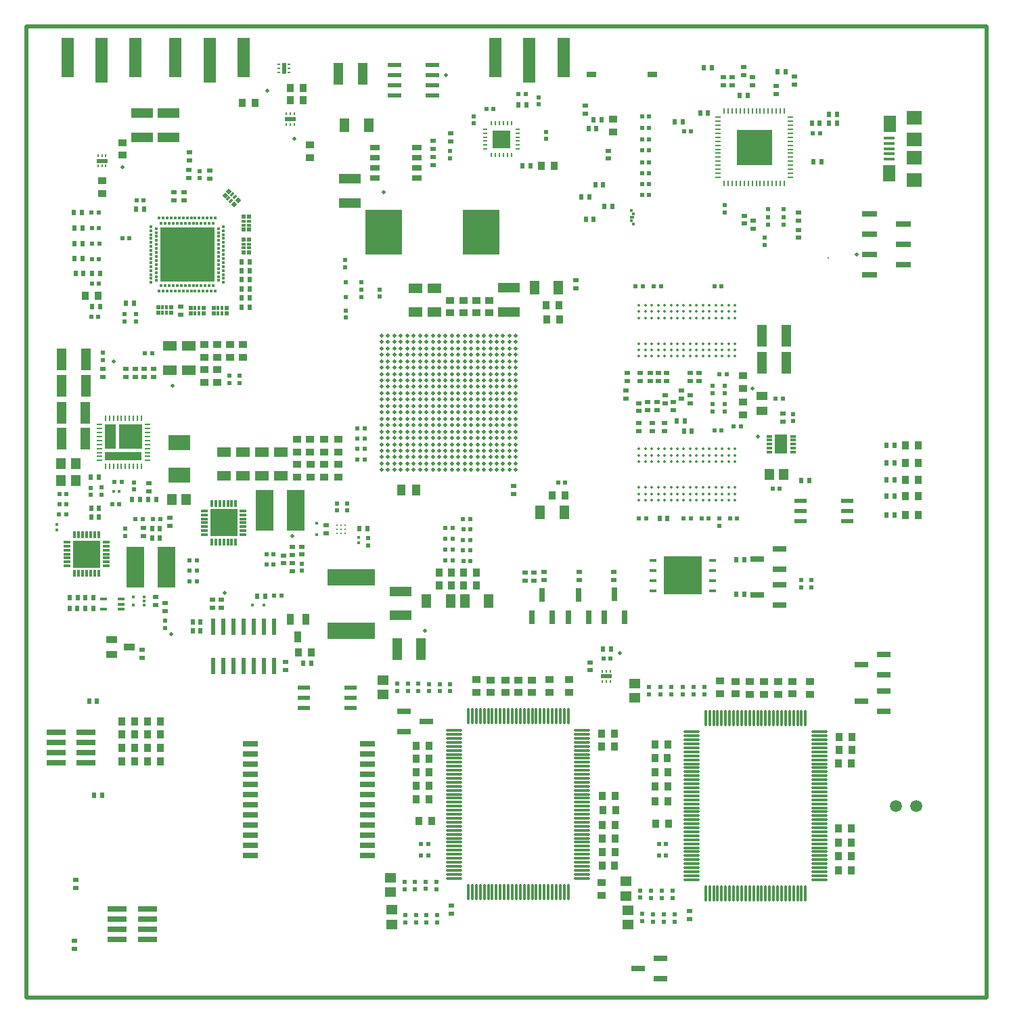
<source format=gtp>
%FSLAX25Y25*%
%MOIN*%
G70*
G01*
G75*
G04 Layer_Color=8421504*
%ADD10C,0.01969*%
%ADD11R,0.03543X0.01772*%
%ADD12R,0.18898X0.18898*%
%ADD13R,0.01575X0.01575*%
%ADD14R,0.01772X0.01181*%
%ADD15R,0.01181X0.01181*%
%ADD16R,0.01181X0.01772*%
%ADD17R,0.01181X0.01181*%
%ADD18R,0.26772X0.26772*%
%ADD19R,0.03543X0.03937*%
%ADD20R,0.02165X0.02559*%
%ADD21R,0.01969X0.01969*%
%ADD22R,0.01378X0.01969*%
%ADD23R,0.07087X0.02362*%
%ADD24R,0.02362X0.01181*%
%ADD25R,0.02362X0.07874*%
%ADD26R,0.06299X0.02165*%
%ADD27R,0.01772X0.01378*%
%ADD28R,0.07480X0.07087*%
%ADD29R,0.05315X0.01575*%
%ADD30R,0.06299X0.08268*%
%ADD31O,0.03150X0.00984*%
%ADD32O,0.00984X0.03150*%
%ADD33R,0.05276X0.12284*%
%ADD34R,0.11181X0.12284*%
%ADD35R,0.18071X0.04370*%
%ADD36R,0.02756X0.01181*%
%ADD37R,0.06221X0.09252*%
%ADD38C,0.00984*%
%ADD39R,0.01181X0.03347*%
%ADD40R,0.03347X0.01181*%
%ADD41R,0.13386X0.13386*%
%ADD42R,0.04528X0.02992*%
%ADD43R,0.03937X0.03543*%
%ADD44R,0.02362X0.02362*%
%ADD45R,0.00984X0.01575*%
%ADD46R,0.05512X0.01969*%
%ADD47R,0.07284X0.02913*%
%ADD48R,0.04134X0.05512*%
%ADD49R,0.08661X0.20472*%
%ADD50R,0.18110X0.22047*%
%ADD51R,0.10984X0.07559*%
%ADD52C,0.05906*%
%ADD53R,0.09449X0.02992*%
%ADD54R,0.06693X0.02795*%
%ADD55R,0.01969X0.00984*%
%ADD56R,0.00984X0.01969*%
%ADD57R,0.09055X0.09055*%
%ADD58R,0.07520X0.02992*%
%ADD59O,0.02953X0.00984*%
%ADD60O,0.00984X0.02953*%
%ADD61R,0.17716X0.17716*%
%ADD62O,0.08268X0.01181*%
%ADD63O,0.01181X0.08268*%
%ADD64R,0.01969X0.01969*%
%ADD65R,0.04724X0.02953*%
%ADD66C,0.01378*%
%ADD67R,0.06299X0.19291*%
%ADD68R,0.05906X0.22047*%
%ADD69R,0.05709X0.04528*%
%ADD70R,0.02441X0.02441*%
%ADD71R,0.01811X0.01654*%
%ADD72R,0.03543X0.01575*%
%ADD73R,0.02559X0.02165*%
%ADD74R,0.01575X0.00984*%
%ADD75R,0.01969X0.05512*%
%ADD76R,0.03740X0.05512*%
G04:AMPARAMS|DCode=77|XSize=13.78mil|YSize=19.69mil|CornerRadius=0mil|HoleSize=0mil|Usage=FLASHONLY|Rotation=315.000|XOffset=0mil|YOffset=0mil|HoleType=Round|Shape=Rectangle|*
%AMROTATEDRECTD77*
4,1,4,-0.01183,-0.00209,0.00209,0.01183,0.01183,0.00209,-0.00209,-0.01183,-0.01183,-0.00209,0.0*
%
%ADD77ROTATEDRECTD77*%

%ADD78P,0.02784X4X360.0*%
%ADD79R,0.01969X0.01378*%
%ADD80R,0.02795X0.06693*%
%ADD81R,0.23622X0.07874*%
%ADD82R,0.05512X0.04134*%
%ADD83R,0.01575X0.01575*%
%ADD84R,0.02441X0.02441*%
%ADD85R,0.04528X0.10630*%
%ADD86R,0.10630X0.04528*%
%ADD87R,0.04528X0.07087*%
%ADD88R,0.04528X0.05709*%
%ADD89R,0.01654X0.01811*%
%ADD90R,0.07087X0.04528*%
%ADD91R,0.05512X0.03740*%
%ADD92C,0.01181*%
%ADD93C,0.00453*%
%ADD94C,0.03937*%
%ADD95C,0.01000*%
%ADD96C,0.03150*%
%ADD97C,0.01969*%
%ADD98C,0.01378*%
%ADD99C,0.00996*%
%ADD100C,0.00394*%
%ADD101C,0.00787*%
%ADD102C,0.01181*%
%ADD103C,0.00784*%
%ADD104C,0.00512*%
%ADD105R,0.09911X0.06594*%
%ADD106R,0.06791X1.25492*%
%ADD107R,0.18996X0.06496*%
%ADD108R,0.15453X0.49409*%
%ADD109R,0.02854X0.21358*%
%ADD110R,0.13976X0.11319*%
%ADD111R,0.14764X0.11122*%
%ADD112R,0.09153X0.17224*%
%ADD113R,0.08465X0.09843*%
%ADD114R,0.08661X0.12402*%
%ADD115R,0.13386X0.08169*%
%ADD116R,0.05315X0.93799*%
%ADD117R,0.17224X0.04528*%
%ADD118R,0.19193X0.03051*%
%ADD119R,0.10925X0.14469*%
%ADD120R,0.11614X0.04035*%
%ADD121R,0.02264X0.71752*%
%ADD122R,0.34842X0.01969*%
%ADD123R,0.78150X0.02461*%
%ADD124R,0.02461X0.13189*%
%ADD125R,0.16043X0.02264*%
%ADD126R,0.02658X0.42618*%
%ADD127R,0.25098X0.01969*%
%ADD128R,0.02165X0.76575*%
%ADD129R,0.68504X0.02165*%
%ADD130R,0.03347X0.05315*%
%ADD131R,0.02264X0.05512*%
%ADD132R,0.02431X1.19587*%
%ADD133R,0.10728X0.03445*%
%ADD134R,0.03839X0.08661*%
%ADD135R,0.14075X0.03839*%
%ADD136R,0.06594X0.04232*%
%ADD137R,0.13189X0.03051*%
%ADD138R,0.04921X0.18504*%
%ADD139R,0.09843X0.04134*%
%ADD140R,0.11713X0.02953*%
%ADD141R,0.04429X0.02756*%
%ADD142R,0.02362X0.02264*%
%ADD143R,0.08465X0.02854*%
%ADD144R,0.07087X0.21752*%
%ADD145R,0.10531X0.12598*%
%ADD146R,0.05315X0.10728*%
%ADD147R,0.04232X0.02854*%
%ADD148R,0.38287X0.06398*%
%ADD149R,0.38091X0.05118*%
%ADD150R,0.30807X0.08268*%
%ADD151R,0.30315X0.06102*%
%ADD152R,0.27756X0.05413*%
%ADD153R,0.19095X0.03937*%
%ADD154R,0.00886X0.01280*%
%ADD155R,0.39961X0.06594*%
%ADD156R,0.40256X0.05807*%
%ADD157R,0.30315X0.12008*%
%ADD158R,0.30709X0.06299*%
%ADD159R,0.30413X0.06496*%
%ADD160R,0.04134X0.05413*%
%ADD161R,0.02431X0.00820*%
%ADD162R,0.03642X0.11417*%
%ADD163R,0.34449X0.01969*%
%ADD164R,0.02430X0.17389*%
%ADD165R,0.92913X0.01870*%
%ADD166R,0.04429X0.41240*%
%ADD167R,0.03740X0.41043*%
%ADD168R,0.05807X0.33169*%
%ADD169R,0.60335X0.08465*%
%ADD170R,0.09843X0.11122*%
%ADD171R,0.14370X0.08760*%
%ADD172R,0.03740X0.24016*%
%ADD173R,0.42224X0.07874*%
%ADD174R,0.08563X0.19291*%
%ADD175R,0.16535X0.19291*%
%ADD176R,0.31693X0.08071*%
%ADD177R,0.06299X0.00394*%
%ADD178R,0.03543X0.00787*%
%ADD179R,0.01181X0.00984*%
%ADD180R,0.12303X0.06004*%
%ADD181R,0.08268X0.01476*%
%ADD182R,0.04823X0.07776*%
%ADD183R,0.14075X0.03740*%
%ADD184R,0.09941X0.01870*%
%ADD185C,0.07874*%
%ADD186C,0.04803*%
%ADD187C,0.09882*%
%ADD188C,0.06299*%
%ADD189C,0.15748*%
%ADD190C,0.07087*%
%ADD191C,0.02598*%
%ADD192C,0.01575*%
%ADD193C,0.02165*%
%ADD194C,0.00591*%
%ADD195C,0.04000*%
%ADD196C,0.08071*%
%ADD197C,0.05591*%
%ADD198C,0.10669*%
%ADD199C,0.13386*%
%ADD200C,0.05787*%
%ADD201C,0.02559*%
%ADD202C,0.03150*%
%ADD203C,0.02362*%
%ADD204C,0.02874*%
%ADD205C,0.00642*%
%ADD206R,0.01969X0.02756*%
%ADD207C,0.00787*%
%ADD208R,0.03071X0.03425*%
%ADD209R,0.01969X0.03248*%
%ADD210R,0.01969X0.01693*%
%ADD211R,0.05512X0.07087*%
%ADD212R,0.05906X0.03150*%
%ADD213R,0.07480X0.05512*%
%ADD214R,0.03000X0.05000*%
%ADD215R,0.10512X0.10000*%
%ADD216R,0.03583X0.04803*%
%ADD217R,0.04724X0.03543*%
%ADD218R,0.02992X0.06496*%
%ADD219R,0.07087X0.07874*%
%ADD220R,0.07874X0.07087*%
%ADD221R,0.05079X0.04882*%
%ADD222R,0.03347X0.01378*%
%ADD223R,0.07874X0.23622*%
%ADD224R,0.08661X0.02913*%
%ADD225R,0.02362X0.05118*%
%ADD226R,0.01772X0.05118*%
%ADD227R,0.01378X0.05118*%
%ADD228R,0.01969X0.01575*%
%ADD229R,0.03937X0.02756*%
%ADD230R,0.00945X0.03543*%
%ADD231R,0.03543X0.00945*%
%ADD232R,0.05512X0.03937*%
%ADD233R,0.10236X0.08661*%
%ADD234R,0.01614X0.01299*%
%ADD235P,0.03452X4X360.0*%
%ADD236R,0.41142X0.08268*%
%ADD237R,0.15846X0.19488*%
%ADD238R,0.08268X0.19193*%
%ADD239R,0.06102X1.26181*%
%ADD240R,0.13386X0.09055*%
%ADD241R,0.08465X0.07677*%
%ADD242R,0.13090X0.08366*%
%ADD243R,0.14764X0.09153*%
%ADD244R,0.14862X0.06201*%
%ADD245R,0.03839X0.93898*%
%ADD246R,0.23622X0.03740*%
%ADD247R,0.13681X0.20768*%
%ADD248R,0.12795X0.08071*%
%ADD249R,0.11811X0.16732*%
%ADD250R,0.44783X0.02756*%
%ADD251R,0.02165X0.73032*%
%ADD252R,0.34842X0.02067*%
%ADD253R,0.67618X0.02362*%
%ADD254R,0.02362X0.28051*%
%ADD255R,0.13878X0.02264*%
%ADD256R,0.02165X0.50394*%
%ADD257R,0.25295X0.01969*%
%ADD258R,0.02559X0.50984*%
%ADD259R,0.79823X0.01969*%
%ADD260R,0.02264X1.46260*%
%ADD261R,0.51476X0.01378*%
%ADD262R,0.01476X0.04626*%
%ADD263R,0.89173X0.01476*%
%ADD264R,0.02658X1.25984*%
%ADD265R,0.07284X0.75492*%
%ADD266R,0.41894X0.10102*%
%ADD267R,0.16965X0.06606*%
%ADD268R,0.29232X0.06299*%
%ADD269R,0.02067X0.02559*%
%ADD270R,0.02658X0.02953*%
%ADD271R,0.19193X0.05512*%
%ADD272R,0.03248X0.28937*%
%ADD273C,0.00984*%
%ADD274C,0.00472*%
%ADD275C,0.02362*%
%ADD276C,0.00500*%
%ADD277C,0.00700*%
%ADD278C,0.00100*%
%ADD279C,0.00591*%
%ADD280R,0.14370X0.01500*%
%ADD281R,0.03937X1.20791*%
D10*
X236630Y320921D02*
D03*
X233480D02*
D03*
X236630Y314622D02*
D03*
Y317772D02*
D03*
X233480D02*
D03*
X230331Y320921D02*
D03*
X233480Y314622D02*
D03*
X230331D02*
D03*
X236630Y308323D02*
D03*
Y311473D02*
D03*
Y305173D02*
D03*
X233480Y308323D02*
D03*
Y311473D02*
D03*
X230331Y308323D02*
D03*
X233480Y305173D02*
D03*
X230331D02*
D03*
Y317772D02*
D03*
X227181Y320921D02*
D03*
Y314622D02*
D03*
Y317772D02*
D03*
X224031D02*
D03*
Y320921D02*
D03*
X227181Y311473D02*
D03*
X224031Y314622D02*
D03*
X230331Y311473D02*
D03*
X224031D02*
D03*
X227181Y305173D02*
D03*
Y308323D02*
D03*
X224031D02*
D03*
X220882D02*
D03*
X224031Y305173D02*
D03*
X220882D02*
D03*
X236630Y302024D02*
D03*
X233480D02*
D03*
X236630Y298874D02*
D03*
X233480Y295725D02*
D03*
Y298874D02*
D03*
X230331Y302024D02*
D03*
Y295725D02*
D03*
Y298874D02*
D03*
X236630Y292575D02*
D03*
Y295725D02*
D03*
Y289425D02*
D03*
X233480Y292575D02*
D03*
Y289425D02*
D03*
X230331Y292575D02*
D03*
Y286276D02*
D03*
Y289425D02*
D03*
X227181Y302024D02*
D03*
X224031D02*
D03*
X227181Y295725D02*
D03*
Y298874D02*
D03*
X220882D02*
D03*
Y302024D02*
D03*
X224031Y295725D02*
D03*
Y298874D02*
D03*
X227181Y292575D02*
D03*
X224031D02*
D03*
X227181Y289425D02*
D03*
X224031D02*
D03*
X220882Y292575D02*
D03*
Y295725D02*
D03*
Y289425D02*
D03*
Y320921D02*
D03*
X217732D02*
D03*
X220882Y314622D02*
D03*
Y317772D02*
D03*
X217732D02*
D03*
X214583Y320921D02*
D03*
Y317772D02*
D03*
X211433D02*
D03*
X220882Y311473D02*
D03*
X217732Y314622D02*
D03*
Y308323D02*
D03*
Y311473D02*
D03*
X214583D02*
D03*
Y314622D02*
D03*
X217732Y305173D02*
D03*
X214583Y308323D02*
D03*
X211433Y320921D02*
D03*
X208283D02*
D03*
X211433Y314622D02*
D03*
X208283Y317772D02*
D03*
X205134D02*
D03*
Y320921D02*
D03*
X208283Y314622D02*
D03*
X205134D02*
D03*
X211433Y311473D02*
D03*
X208283D02*
D03*
X211433Y305173D02*
D03*
Y308323D02*
D03*
X208283D02*
D03*
X205134Y311473D02*
D03*
Y305173D02*
D03*
Y308323D02*
D03*
X217732Y302024D02*
D03*
X214583D02*
D03*
X217732Y298874D02*
D03*
X214583D02*
D03*
Y305173D02*
D03*
X211433Y302024D02*
D03*
Y295725D02*
D03*
Y298874D02*
D03*
X217732Y295725D02*
D03*
X214583D02*
D03*
X217732Y289425D02*
D03*
Y292575D02*
D03*
X214583Y289425D02*
D03*
Y292575D02*
D03*
Y286276D02*
D03*
X211433Y289425D02*
D03*
X208283Y298874D02*
D03*
Y302024D02*
D03*
Y292575D02*
D03*
Y295725D02*
D03*
Y305173D02*
D03*
X205134Y302024D02*
D03*
Y295725D02*
D03*
Y298874D02*
D03*
X211433Y292575D02*
D03*
X205134D02*
D03*
X208283Y286276D02*
D03*
Y289425D02*
D03*
X205134D02*
D03*
X236630Y286276D02*
D03*
X233480D02*
D03*
X236630Y279977D02*
D03*
Y283126D02*
D03*
X233480D02*
D03*
X230331D02*
D03*
X233480Y276827D02*
D03*
Y279977D02*
D03*
X236630Y273677D02*
D03*
Y276827D02*
D03*
X233480Y273677D02*
D03*
X236630Y270528D02*
D03*
X233480D02*
D03*
X227181Y283126D02*
D03*
Y286276D02*
D03*
X230331Y276827D02*
D03*
Y279977D02*
D03*
X224031Y283126D02*
D03*
Y286276D02*
D03*
X227181Y279977D02*
D03*
X224031D02*
D03*
X230331Y273677D02*
D03*
X227181Y276827D02*
D03*
Y270528D02*
D03*
Y273677D02*
D03*
X224031D02*
D03*
Y276827D02*
D03*
Y270528D02*
D03*
X220882Y273677D02*
D03*
X236630Y267378D02*
D03*
X233480D02*
D03*
X236630Y261079D02*
D03*
Y264229D02*
D03*
X233480D02*
D03*
X230331Y267378D02*
D03*
X233480Y261079D02*
D03*
X230331Y264229D02*
D03*
X236630Y257929D02*
D03*
X233480D02*
D03*
X230331Y261079D02*
D03*
X236630Y254780D02*
D03*
X233480D02*
D03*
X230331Y270528D02*
D03*
X227181Y267378D02*
D03*
Y261079D02*
D03*
Y264229D02*
D03*
X224031Y267378D02*
D03*
X220882Y270528D02*
D03*
X224031Y261079D02*
D03*
Y264229D02*
D03*
X230331Y257929D02*
D03*
X227181D02*
D03*
X230331Y254780D02*
D03*
X227181D02*
D03*
X224031Y257929D02*
D03*
X220882D02*
D03*
X224031Y254780D02*
D03*
X220882Y286276D02*
D03*
X217732D02*
D03*
X220882Y279977D02*
D03*
Y283126D02*
D03*
X217732D02*
D03*
X211433Y286276D02*
D03*
X217732Y279977D02*
D03*
X214583Y283126D02*
D03*
X220882Y276827D02*
D03*
X214583Y279977D02*
D03*
X217732Y273677D02*
D03*
Y276827D02*
D03*
X214583D02*
D03*
X211433Y279977D02*
D03*
X214583Y270528D02*
D03*
Y273677D02*
D03*
X211433Y283126D02*
D03*
X208283D02*
D03*
Y276827D02*
D03*
Y279977D02*
D03*
X205134Y286276D02*
D03*
X201984D02*
D03*
X205134Y279977D02*
D03*
Y283126D02*
D03*
X211433Y273677D02*
D03*
Y276827D02*
D03*
X208283Y270528D02*
D03*
Y273677D02*
D03*
X205134D02*
D03*
Y276827D02*
D03*
Y270528D02*
D03*
X220882Y267378D02*
D03*
X217732D02*
D03*
X220882Y264229D02*
D03*
X217732D02*
D03*
Y270528D02*
D03*
X214583Y267378D02*
D03*
Y264229D02*
D03*
X211433D02*
D03*
X220882Y261079D02*
D03*
X217732D02*
D03*
X220882Y254780D02*
D03*
X217732Y257929D02*
D03*
X214583D02*
D03*
Y261079D02*
D03*
X217732Y254780D02*
D03*
X214583D02*
D03*
X211433Y267378D02*
D03*
Y270528D02*
D03*
X208283Y264229D02*
D03*
Y267378D02*
D03*
X205134Y264229D02*
D03*
Y267378D02*
D03*
X208283Y261079D02*
D03*
X205134D02*
D03*
X211433Y257929D02*
D03*
Y261079D02*
D03*
Y254780D02*
D03*
X208283Y257929D02*
D03*
X205134Y254780D02*
D03*
Y257929D02*
D03*
X208283Y254780D02*
D03*
X201984Y320921D02*
D03*
X198835D02*
D03*
X201984Y314622D02*
D03*
Y317772D02*
D03*
X198835D02*
D03*
X195685Y320921D02*
D03*
X198835Y314622D02*
D03*
X195685Y317772D02*
D03*
X201984Y311473D02*
D03*
X198835D02*
D03*
X201984Y305173D02*
D03*
Y308323D02*
D03*
X198835D02*
D03*
X195685Y314622D02*
D03*
Y305173D02*
D03*
Y308323D02*
D03*
X192535Y320921D02*
D03*
Y317772D02*
D03*
X189386Y320921D02*
D03*
Y317772D02*
D03*
X186236Y314622D02*
D03*
X195685Y311473D02*
D03*
X192535Y314622D02*
D03*
Y308323D02*
D03*
Y311473D02*
D03*
X189386D02*
D03*
Y314622D02*
D03*
Y308323D02*
D03*
X186236D02*
D03*
X201984Y302024D02*
D03*
X198835Y305173D02*
D03*
X201984Y295725D02*
D03*
Y298874D02*
D03*
X198835Y302024D02*
D03*
X195685D02*
D03*
X198835Y298874D02*
D03*
X195685D02*
D03*
X201984Y292575D02*
D03*
X198835Y295725D02*
D03*
X201984Y289425D02*
D03*
X198835Y292575D02*
D03*
X195685D02*
D03*
Y295725D02*
D03*
X198835Y289425D02*
D03*
X195685D02*
D03*
X192535Y302024D02*
D03*
Y305173D02*
D03*
Y298874D02*
D03*
X189386D02*
D03*
Y305173D02*
D03*
X186236D02*
D03*
X189386Y302024D02*
D03*
X186236Y298874D02*
D03*
X192535Y295725D02*
D03*
X189386D02*
D03*
X192535Y289425D02*
D03*
Y292575D02*
D03*
X189386Y289425D02*
D03*
Y292575D02*
D03*
X186236Y289425D02*
D03*
Y320921D02*
D03*
X183087D02*
D03*
X186236Y317772D02*
D03*
X183087Y314622D02*
D03*
Y317772D02*
D03*
X179937Y320921D02*
D03*
Y314622D02*
D03*
Y317772D02*
D03*
X186236Y311473D02*
D03*
X183087D02*
D03*
Y305173D02*
D03*
Y308323D02*
D03*
X179937Y311473D02*
D03*
X176787Y314622D02*
D03*
X179937Y305173D02*
D03*
Y308323D02*
D03*
X176787Y320921D02*
D03*
X173638D02*
D03*
X176787Y317772D02*
D03*
X173638Y314622D02*
D03*
Y317772D02*
D03*
X170488Y320921D02*
D03*
Y314622D02*
D03*
Y317772D02*
D03*
X176787Y308323D02*
D03*
Y311473D02*
D03*
Y305173D02*
D03*
X173638Y308323D02*
D03*
Y311473D02*
D03*
X170488D02*
D03*
Y305173D02*
D03*
Y308323D02*
D03*
X186236Y302024D02*
D03*
X183087D02*
D03*
Y295725D02*
D03*
Y298874D02*
D03*
X179937D02*
D03*
Y302024D02*
D03*
Y295725D02*
D03*
X176787Y298874D02*
D03*
X186236Y292575D02*
D03*
Y295725D02*
D03*
X183087Y289425D02*
D03*
Y292575D02*
D03*
X179937Y289425D02*
D03*
Y292575D02*
D03*
X176787Y286276D02*
D03*
Y289425D02*
D03*
Y302024D02*
D03*
X173638Y305173D02*
D03*
X176787Y295725D02*
D03*
X173638Y302024D02*
D03*
Y298874D02*
D03*
X170488Y302024D02*
D03*
Y295725D02*
D03*
Y298874D02*
D03*
X176787Y292575D02*
D03*
X173638Y295725D02*
D03*
Y289425D02*
D03*
Y292575D02*
D03*
X170488Y289425D02*
D03*
Y292575D02*
D03*
X173638Y286276D02*
D03*
X201984Y283126D02*
D03*
X198835Y286276D02*
D03*
X201984Y279977D02*
D03*
X198835Y283126D02*
D03*
X195685D02*
D03*
Y286276D02*
D03*
X198835Y279977D02*
D03*
X195685D02*
D03*
X201984Y276827D02*
D03*
X198835D02*
D03*
X201984Y270528D02*
D03*
Y273677D02*
D03*
X198835D02*
D03*
X195685D02*
D03*
X198835Y270528D02*
D03*
X195685D02*
D03*
X192535Y283126D02*
D03*
Y286276D02*
D03*
X195685Y276827D02*
D03*
X192535Y279977D02*
D03*
X189386Y283126D02*
D03*
Y286276D02*
D03*
Y279977D02*
D03*
X186236D02*
D03*
X192535Y276827D02*
D03*
Y270528D02*
D03*
Y273677D02*
D03*
X189386Y276827D02*
D03*
X186236D02*
D03*
X189386Y273677D02*
D03*
X186236Y270528D02*
D03*
X201984Y267378D02*
D03*
X198835D02*
D03*
X201984Y261079D02*
D03*
Y264229D02*
D03*
X195685Y267378D02*
D03*
X192535D02*
D03*
X198835Y264229D02*
D03*
X195685D02*
D03*
X201984Y257929D02*
D03*
X198835D02*
D03*
X201984Y254780D02*
D03*
X198835D02*
D03*
Y261079D02*
D03*
X195685D02*
D03*
Y254780D02*
D03*
Y257929D02*
D03*
X192535Y264229D02*
D03*
X189386Y267378D02*
D03*
X192535Y257929D02*
D03*
Y261079D02*
D03*
X189386Y264229D02*
D03*
Y270528D02*
D03*
Y261079D02*
D03*
X186236Y264229D02*
D03*
X192535Y254780D02*
D03*
X189386D02*
D03*
Y257929D02*
D03*
X186236Y254780D02*
D03*
Y286276D02*
D03*
X183087D02*
D03*
X186236Y283126D02*
D03*
X183087D02*
D03*
X179937Y286276D02*
D03*
X176787Y283126D02*
D03*
X183087Y279977D02*
D03*
X179937Y283126D02*
D03*
X186236Y273677D02*
D03*
X183087Y276827D02*
D03*
Y270528D02*
D03*
Y273677D02*
D03*
X179937Y276827D02*
D03*
Y279977D02*
D03*
Y270528D02*
D03*
Y273677D02*
D03*
X176787Y279977D02*
D03*
X173638Y283126D02*
D03*
X176787Y276827D02*
D03*
X173638Y279977D02*
D03*
X170488Y283126D02*
D03*
Y286276D02*
D03*
X173638Y276827D02*
D03*
X170488Y279977D02*
D03*
X176787Y273677D02*
D03*
X170488Y276827D02*
D03*
X173638Y273677D02*
D03*
X170488D02*
D03*
X186236Y267378D02*
D03*
X183087D02*
D03*
X186236Y261079D02*
D03*
X183087Y264229D02*
D03*
X179937Y267378D02*
D03*
X176787Y270528D02*
D03*
X179937Y264229D02*
D03*
X176787D02*
D03*
X186236Y257929D02*
D03*
X183087Y261079D02*
D03*
Y254780D02*
D03*
Y257929D02*
D03*
X179937D02*
D03*
Y261079D02*
D03*
Y254780D02*
D03*
X176787Y257929D02*
D03*
Y267378D02*
D03*
X173638Y270528D02*
D03*
Y264229D02*
D03*
Y267378D02*
D03*
X170488D02*
D03*
Y270528D02*
D03*
Y261079D02*
D03*
Y264229D02*
D03*
X176787Y261079D02*
D03*
X173638D02*
D03*
X176787Y254780D02*
D03*
X173638Y257929D02*
D03*
X170488Y254780D02*
D03*
Y257929D02*
D03*
X173638Y254780D02*
D03*
X404626Y360945D02*
D03*
X171358Y391634D02*
D03*
X42815Y403839D02*
D03*
X114075Y441634D02*
D03*
X202165Y449213D02*
D03*
X93110Y194193D02*
D03*
X191831Y175492D02*
D03*
X126476Y222342D02*
D03*
X353051Y294882D02*
D03*
X355709Y271358D02*
D03*
X67618Y296358D02*
D03*
X127362Y417913D02*
D03*
X287795Y164567D02*
D03*
X66732Y173819D02*
D03*
X38583Y308268D02*
D03*
D11*
X333563Y210354D02*
D03*
Y205354D02*
D03*
Y200355D02*
D03*
Y195354D02*
D03*
X304035Y210354D02*
D03*
Y205354D02*
D03*
Y200355D02*
D03*
Y195354D02*
D03*
D12*
X318799Y202854D02*
D03*
D13*
X138386Y222933D02*
D03*
Y228445D02*
D03*
D14*
X92642Y374654D02*
D03*
Y372685D02*
D03*
Y370717D02*
D03*
Y368748D02*
D03*
Y366780D02*
D03*
Y362843D02*
D03*
Y360874D02*
D03*
Y364811D02*
D03*
Y356937D02*
D03*
Y354969D02*
D03*
Y358906D02*
D03*
Y353000D02*
D03*
Y351032D02*
D03*
Y349063D02*
D03*
Y347095D02*
D03*
X56815Y372685D02*
D03*
Y374654D02*
D03*
Y370717D02*
D03*
Y368748D02*
D03*
Y364811D02*
D03*
Y362843D02*
D03*
Y366780D02*
D03*
Y360874D02*
D03*
Y356937D02*
D03*
Y354969D02*
D03*
Y358906D02*
D03*
Y353000D02*
D03*
Y351032D02*
D03*
Y349063D02*
D03*
Y347095D02*
D03*
D15*
X90083Y373670D02*
D03*
Y371701D02*
D03*
Y369732D02*
D03*
Y367764D02*
D03*
Y365795D02*
D03*
Y363827D02*
D03*
Y361859D02*
D03*
Y359890D02*
D03*
Y357922D02*
D03*
Y355953D02*
D03*
Y353984D02*
D03*
Y352016D02*
D03*
Y350047D02*
D03*
Y348079D02*
D03*
X59374Y373670D02*
D03*
Y371701D02*
D03*
Y369732D02*
D03*
Y367764D02*
D03*
Y365795D02*
D03*
Y363827D02*
D03*
Y361859D02*
D03*
Y359890D02*
D03*
Y357922D02*
D03*
Y355953D02*
D03*
Y353984D02*
D03*
Y352016D02*
D03*
Y350047D02*
D03*
Y348079D02*
D03*
X294587Y381004D02*
D03*
Y375886D02*
D03*
X293406Y382579D02*
D03*
Y377461D02*
D03*
D16*
X88508Y378787D02*
D03*
X86540D02*
D03*
X84571D02*
D03*
X82603D02*
D03*
X80634D02*
D03*
X76697D02*
D03*
X78666D02*
D03*
X74728D02*
D03*
X86540Y342961D02*
D03*
X88508D02*
D03*
X84571D02*
D03*
X80634D02*
D03*
X82603D02*
D03*
X78666D02*
D03*
X76697D02*
D03*
X74728D02*
D03*
X70791Y378787D02*
D03*
X72760D02*
D03*
X68823D02*
D03*
X66854D02*
D03*
X64886D02*
D03*
X62917D02*
D03*
X60949D02*
D03*
X70791Y342961D02*
D03*
X72760D02*
D03*
X68823D02*
D03*
X66854D02*
D03*
X64886D02*
D03*
X60949D02*
D03*
X62917D02*
D03*
D17*
X87524Y376228D02*
D03*
X85555D02*
D03*
X83587D02*
D03*
X81618D02*
D03*
X79650D02*
D03*
X77681D02*
D03*
X75713D02*
D03*
X87524Y345520D02*
D03*
X85555D02*
D03*
X81618D02*
D03*
X83587D02*
D03*
X79650D02*
D03*
X75713D02*
D03*
X77681D02*
D03*
X73744D02*
D03*
X71776Y376228D02*
D03*
X73744D02*
D03*
X69807D02*
D03*
X65870D02*
D03*
X67839D02*
D03*
X63902D02*
D03*
X61933D02*
D03*
X71776Y345520D02*
D03*
X69807D02*
D03*
X67839D02*
D03*
X65870D02*
D03*
X63902D02*
D03*
X61933D02*
D03*
D18*
X74728Y360874D02*
D03*
D19*
X285236Y118701D02*
D03*
X278937D02*
D03*
X135827Y164862D02*
D03*
X129528D02*
D03*
X434842Y241732D02*
D03*
X428543D02*
D03*
X434842Y258268D02*
D03*
X428543D02*
D03*
X434842Y266929D02*
D03*
X428543D02*
D03*
X434842Y232480D02*
D03*
X428543D02*
D03*
X434842Y249803D02*
D03*
X428543D02*
D03*
X402264Y123229D02*
D03*
X395965D02*
D03*
X401870Y78248D02*
D03*
X395571D02*
D03*
X401870Y71358D02*
D03*
X395571D02*
D03*
X401870Y64567D02*
D03*
X395571D02*
D03*
X311516Y119685D02*
D03*
X305217D02*
D03*
X311319Y112795D02*
D03*
X305020D02*
D03*
X401870Y57677D02*
D03*
X395571D02*
D03*
X311417Y106004D02*
D03*
X305118D02*
D03*
X311417Y99016D02*
D03*
X305118D02*
D03*
X311811Y80610D02*
D03*
X305512D02*
D03*
X311417Y91536D02*
D03*
X305118D02*
D03*
X401968Y110335D02*
D03*
X395669D02*
D03*
X402264Y116831D02*
D03*
X395965D02*
D03*
X61516Y124409D02*
D03*
X55216D02*
D03*
X61614Y130807D02*
D03*
X55315D02*
D03*
X61614Y117913D02*
D03*
X55315D02*
D03*
X61614Y111221D02*
D03*
X55315D02*
D03*
X285236Y125000D02*
D03*
X278937D02*
D03*
X285630Y94292D02*
D03*
X279331D02*
D03*
X285335Y59843D02*
D03*
X279035D02*
D03*
X285728Y87303D02*
D03*
X279429D02*
D03*
X285531Y80020D02*
D03*
X279232D02*
D03*
X285433Y73229D02*
D03*
X279134D02*
D03*
X285433Y66437D02*
D03*
X279134D02*
D03*
X193898Y118898D02*
D03*
X187599D02*
D03*
X193898Y112402D02*
D03*
X187599D02*
D03*
X193799Y105807D02*
D03*
X187500D02*
D03*
X193898Y99213D02*
D03*
X187599D02*
D03*
X195276Y81792D02*
D03*
X188976D02*
D03*
X193799Y92520D02*
D03*
X187500D02*
D03*
X30906Y340650D02*
D03*
X24606D02*
D03*
X131693Y436811D02*
D03*
X125394D02*
D03*
X131693Y443012D02*
D03*
X125394D02*
D03*
X108071Y435630D02*
D03*
X101772D02*
D03*
X255610Y404429D02*
D03*
X249311D02*
D03*
X48917Y124409D02*
D03*
X42618D02*
D03*
X48917Y130807D02*
D03*
X42618D02*
D03*
X48917Y117819D02*
D03*
X42618D02*
D03*
X48917Y111221D02*
D03*
X42618D02*
D03*
X217224Y198031D02*
D03*
X210925D02*
D03*
X217224Y204331D02*
D03*
X210925D02*
D03*
X205000Y198031D02*
D03*
X198701D02*
D03*
X205000Y204331D02*
D03*
X198701D02*
D03*
X257909Y336035D02*
D03*
X251610D02*
D03*
X258008Y328949D02*
D03*
X251709D02*
D03*
X260752Y242280D02*
D03*
X254453D02*
D03*
D20*
X319685Y278839D02*
D03*
X315748D02*
D03*
X53445Y383071D02*
D03*
X49508D02*
D03*
X30315Y140748D02*
D03*
X26378D02*
D03*
X32776Y94587D02*
D03*
X28839D02*
D03*
X423228Y241732D02*
D03*
X419291D02*
D03*
X423228Y258366D02*
D03*
X419291D02*
D03*
X423228Y267028D02*
D03*
X419291D02*
D03*
X423228Y232480D02*
D03*
X419291D02*
D03*
X423228Y249803D02*
D03*
X419291D02*
D03*
X318701Y426378D02*
D03*
X314764D02*
D03*
X331299Y430709D02*
D03*
X327362D02*
D03*
X369587Y450787D02*
D03*
X365650D02*
D03*
X333268Y452756D02*
D03*
X329331D02*
D03*
X387106Y406398D02*
D03*
X383169D02*
D03*
X394783Y425394D02*
D03*
X390846D02*
D03*
X386319D02*
D03*
X382382D02*
D03*
X394783Y429823D02*
D03*
X390846D02*
D03*
X350886Y439173D02*
D03*
X346949D02*
D03*
X381201Y249508D02*
D03*
X377264D02*
D03*
X349114Y193405D02*
D03*
X345177D02*
D03*
X349114Y210630D02*
D03*
X345177D02*
D03*
X48425Y336811D02*
D03*
X44488D02*
D03*
X31890Y351477D02*
D03*
X27953D02*
D03*
X283563Y166535D02*
D03*
X279626D02*
D03*
X135728Y159449D02*
D03*
X131791D02*
D03*
X81299Y180020D02*
D03*
X77362D02*
D03*
X81299Y175394D02*
D03*
X77362D02*
D03*
X113091Y192717D02*
D03*
X109153D02*
D03*
X163583Y225787D02*
D03*
X159646D02*
D03*
X61319Y221161D02*
D03*
X57382D02*
D03*
X31299Y231693D02*
D03*
X27362D02*
D03*
X61319Y225886D02*
D03*
X57382D02*
D03*
X51575Y240158D02*
D03*
X47638D02*
D03*
X31299Y236024D02*
D03*
X27362D02*
D03*
X59449Y240158D02*
D03*
X55512D02*
D03*
X31201Y251181D02*
D03*
X27264D02*
D03*
X243898Y404626D02*
D03*
X239961D02*
D03*
X323327Y274016D02*
D03*
X319390D02*
D03*
X311319Y231004D02*
D03*
X307382D02*
D03*
X279626Y395177D02*
D03*
X275689D02*
D03*
X272933Y389370D02*
D03*
X268996D02*
D03*
X275000Y378346D02*
D03*
X271063D02*
D03*
X284252Y384646D02*
D03*
X280315D02*
D03*
X278937Y427264D02*
D03*
X275000D02*
D03*
X276279Y422736D02*
D03*
X272342D02*
D03*
X105413Y335039D02*
D03*
X101476D02*
D03*
X105413Y339567D02*
D03*
X101476D02*
D03*
X105610Y357382D02*
D03*
X101673D02*
D03*
X105512Y343996D02*
D03*
X101575D02*
D03*
X105610Y352953D02*
D03*
X101673D02*
D03*
X105610Y348524D02*
D03*
X101673D02*
D03*
X241732Y434449D02*
D03*
X237795D02*
D03*
X23622Y351575D02*
D03*
X19685D02*
D03*
X23130Y358760D02*
D03*
X19193D02*
D03*
X23228Y366339D02*
D03*
X19291D02*
D03*
X23031Y373917D02*
D03*
X19094D02*
D03*
X22933Y381496D02*
D03*
X18996D02*
D03*
X31693Y335236D02*
D03*
X27756D02*
D03*
X20768Y191732D02*
D03*
X16831D02*
D03*
X20669Y186516D02*
D03*
X16732D02*
D03*
X28543Y191732D02*
D03*
X24606D02*
D03*
X28543Y186516D02*
D03*
X24606D02*
D03*
D21*
X94095Y334646D02*
D03*
Y331890D02*
D03*
X87795Y334646D02*
D03*
Y331890D02*
D03*
X66732Y334843D02*
D03*
Y332087D02*
D03*
X60433Y334843D02*
D03*
Y332087D02*
D03*
X82776Y334646D02*
D03*
Y331890D02*
D03*
X76476Y334646D02*
D03*
Y331890D02*
D03*
D22*
X91929Y334646D02*
D03*
X89961D02*
D03*
X91929Y331890D02*
D03*
X89961D02*
D03*
X64567Y334843D02*
D03*
X62599D02*
D03*
X64567Y332087D02*
D03*
X62599D02*
D03*
X80610Y334646D02*
D03*
X78642D02*
D03*
X80610Y331890D02*
D03*
X78642D02*
D03*
D23*
X195669Y454153D02*
D03*
Y444153D02*
D03*
Y449154D02*
D03*
Y439153D02*
D03*
X176772Y454153D02*
D03*
Y449154D02*
D03*
Y444153D02*
D03*
Y439153D02*
D03*
D24*
X293996Y379232D02*
D03*
D25*
X117362Y177461D02*
D03*
X112362D02*
D03*
X107362D02*
D03*
X102362D02*
D03*
X117362Y158366D02*
D03*
X112362D02*
D03*
X107362D02*
D03*
X102362D02*
D03*
X97362Y177461D02*
D03*
X92362D02*
D03*
X87362D02*
D03*
X97362Y158366D02*
D03*
X92362D02*
D03*
X87362D02*
D03*
D26*
X155020Y142421D02*
D03*
Y147421D02*
D03*
Y137421D02*
D03*
X132185Y147421D02*
D03*
Y142421D02*
D03*
Y137421D02*
D03*
X399705Y234646D02*
D03*
Y239646D02*
D03*
Y229646D02*
D03*
X376870Y239646D02*
D03*
Y234646D02*
D03*
Y229646D02*
D03*
D27*
X53642Y190256D02*
D03*
Y192224D02*
D03*
Y188287D02*
D03*
X48327Y192224D02*
D03*
Y188287D02*
D03*
D28*
X432972Y428346D02*
D03*
Y408465D02*
D03*
Y417520D02*
D03*
Y397638D02*
D03*
D29*
X420571Y410433D02*
D03*
Y418110D02*
D03*
Y412992D02*
D03*
Y415551D02*
D03*
Y407874D02*
D03*
D30*
X420965Y425197D02*
D03*
X420571Y400787D02*
D03*
D31*
X55118Y277165D02*
D03*
Y275197D02*
D03*
Y271260D02*
D03*
Y273228D02*
D03*
Y267323D02*
D03*
Y269291D02*
D03*
Y265354D02*
D03*
Y263386D02*
D03*
Y261417D02*
D03*
Y259449D02*
D03*
X31496Y277165D02*
D03*
Y275197D02*
D03*
Y269291D02*
D03*
Y267323D02*
D03*
Y273228D02*
D03*
Y271260D02*
D03*
Y261417D02*
D03*
Y265354D02*
D03*
Y263386D02*
D03*
Y259449D02*
D03*
D32*
X52165Y280118D02*
D03*
X48228D02*
D03*
X46260D02*
D03*
X50197D02*
D03*
X42323D02*
D03*
X44291D02*
D03*
X52165Y256496D02*
D03*
X50197D02*
D03*
X46260D02*
D03*
X48228D02*
D03*
X42323D02*
D03*
X44291D02*
D03*
X38386Y280118D02*
D03*
X36417D02*
D03*
X40354D02*
D03*
X34449D02*
D03*
X38386Y256496D02*
D03*
X36417D02*
D03*
X40354D02*
D03*
X34449D02*
D03*
D33*
X36909Y271201D02*
D03*
D34*
X46752D02*
D03*
D35*
X43307Y261457D02*
D03*
D36*
X373130Y269390D02*
D03*
Y271358D02*
D03*
Y265453D02*
D03*
Y267421D02*
D03*
Y263484D02*
D03*
X361516Y269390D02*
D03*
Y271358D02*
D03*
Y265453D02*
D03*
Y267421D02*
D03*
Y263484D02*
D03*
D37*
X367323Y267421D02*
D03*
D38*
X152559Y225590D02*
D03*
Y227559D02*
D03*
X150591D02*
D03*
Y225590D02*
D03*
Y223622D02*
D03*
X152559D02*
D03*
X148622Y227559D02*
D03*
Y225590D02*
D03*
Y223622D02*
D03*
D39*
X31102Y222933D02*
D03*
X29134D02*
D03*
X25197D02*
D03*
X27165D02*
D03*
X31102Y203839D02*
D03*
X27165D02*
D03*
X29134D02*
D03*
X25197D02*
D03*
X21260Y222933D02*
D03*
X23228D02*
D03*
X19291D02*
D03*
X23228Y203839D02*
D03*
X21260D02*
D03*
X19291D02*
D03*
X98622Y238287D02*
D03*
X94685D02*
D03*
X96653D02*
D03*
X90748D02*
D03*
X92716D02*
D03*
X98622Y219193D02*
D03*
X94685D02*
D03*
X96653D02*
D03*
X92716D02*
D03*
X86811Y238287D02*
D03*
X88779D02*
D03*
X90748Y219193D02*
D03*
X88779D02*
D03*
X86811D02*
D03*
D40*
X34744Y215354D02*
D03*
Y213386D02*
D03*
Y219291D02*
D03*
Y217323D02*
D03*
Y211417D02*
D03*
Y209449D02*
D03*
Y207480D02*
D03*
X15650Y219291D02*
D03*
Y217323D02*
D03*
Y213386D02*
D03*
Y211417D02*
D03*
Y215354D02*
D03*
Y207480D02*
D03*
Y209449D02*
D03*
X102264Y234646D02*
D03*
Y230709D02*
D03*
Y228740D02*
D03*
Y232677D02*
D03*
Y226772D02*
D03*
Y224803D02*
D03*
Y222835D02*
D03*
X83169Y226772D02*
D03*
Y234646D02*
D03*
Y232677D02*
D03*
Y228740D02*
D03*
Y224803D02*
D03*
Y230709D02*
D03*
Y222835D02*
D03*
D41*
X25197Y213386D02*
D03*
X92716Y228740D02*
D03*
D42*
X187795Y413406D02*
D03*
Y403406D02*
D03*
Y408405D02*
D03*
Y398406D02*
D03*
X167323Y413406D02*
D03*
Y408405D02*
D03*
Y403406D02*
D03*
Y398406D02*
D03*
D43*
X284350Y427461D02*
D03*
Y421161D02*
D03*
X365748Y150591D02*
D03*
Y144291D02*
D03*
X358858Y150591D02*
D03*
Y144291D02*
D03*
X351772Y150492D02*
D03*
Y144193D02*
D03*
X344685Y150689D02*
D03*
Y144390D02*
D03*
X372736Y150689D02*
D03*
Y144390D02*
D03*
X381398Y150492D02*
D03*
Y144193D02*
D03*
X337303Y150886D02*
D03*
Y144587D02*
D03*
X244587Y151378D02*
D03*
Y145079D02*
D03*
X237992Y151378D02*
D03*
Y145079D02*
D03*
X231398Y151378D02*
D03*
Y145079D02*
D03*
X224311Y151378D02*
D03*
Y145079D02*
D03*
X253248Y151477D02*
D03*
Y145177D02*
D03*
X262894Y151477D02*
D03*
Y145177D02*
D03*
X217126Y151477D02*
D03*
Y145177D02*
D03*
X278937Y51477D02*
D03*
Y45177D02*
D03*
X135236Y414764D02*
D03*
Y408465D02*
D03*
X32776Y397343D02*
D03*
Y391043D02*
D03*
X42815Y416043D02*
D03*
Y409744D02*
D03*
X348425Y288091D02*
D03*
Y281791D02*
D03*
Y301181D02*
D03*
Y294882D02*
D03*
X142091Y269772D02*
D03*
Y263473D02*
D03*
X128687Y257590D02*
D03*
Y251291D02*
D03*
X135620Y257590D02*
D03*
Y251291D02*
D03*
X128740Y269783D02*
D03*
Y263484D02*
D03*
X149051Y257590D02*
D03*
Y251291D02*
D03*
X142260Y257590D02*
D03*
Y251291D02*
D03*
X135235Y269772D02*
D03*
Y263473D02*
D03*
X149177Y269772D02*
D03*
Y263473D02*
D03*
X223524Y338386D02*
D03*
Y332087D02*
D03*
X204331Y338386D02*
D03*
Y332087D02*
D03*
X210827Y338386D02*
D03*
Y332087D02*
D03*
X217126Y338386D02*
D03*
Y332087D02*
D03*
X83331Y316425D02*
D03*
Y310126D02*
D03*
X89630Y316425D02*
D03*
Y310126D02*
D03*
X95929Y316425D02*
D03*
Y310126D02*
D03*
X89567Y304331D02*
D03*
Y298031D02*
D03*
X83268Y304331D02*
D03*
Y298031D02*
D03*
X102264Y316437D02*
D03*
Y310138D02*
D03*
D44*
X160433Y343603D02*
D03*
Y347343D02*
D03*
Y339862D02*
D03*
X152953Y347343D02*
D03*
Y339862D02*
D03*
D45*
X127461Y430118D02*
D03*
X125492D02*
D03*
X123523D02*
D03*
X127461Y425000D02*
D03*
X125492D02*
D03*
X123523D02*
D03*
X283169Y155709D02*
D03*
X281201D02*
D03*
X283169Y150591D02*
D03*
X281201D02*
D03*
X279232Y155709D02*
D03*
Y150591D02*
D03*
X34669Y409547D02*
D03*
X32701D02*
D03*
X34669Y404429D02*
D03*
X32701D02*
D03*
X30732Y409547D02*
D03*
Y404429D02*
D03*
D46*
X125492Y427559D02*
D03*
X281201Y153150D02*
D03*
X32701Y406988D02*
D03*
D47*
X427658Y365945D02*
D03*
Y375945D02*
D03*
Y355945D02*
D03*
X410925Y370945D02*
D03*
Y380945D02*
D03*
Y360945D02*
D03*
Y350945D02*
D03*
D48*
X187599Y244783D02*
D03*
X180118D02*
D03*
D49*
X64370Y206890D02*
D03*
X49016D02*
D03*
X128051Y234744D02*
D03*
X112697D02*
D03*
D50*
X219390Y371949D02*
D03*
X171358D02*
D03*
D51*
X70965Y268209D02*
D03*
Y252067D02*
D03*
D52*
X433760Y89075D02*
D03*
X423760D02*
D03*
D53*
X55020Y23701D02*
D03*
Y28701D02*
D03*
Y33701D02*
D03*
Y38701D02*
D03*
X40059Y23701D02*
D03*
Y28701D02*
D03*
Y33701D02*
D03*
Y38701D02*
D03*
X25000Y120413D02*
D03*
Y125413D02*
D03*
Y110413D02*
D03*
Y115413D02*
D03*
X10039Y120413D02*
D03*
Y125413D02*
D03*
Y115413D02*
D03*
Y110413D02*
D03*
D54*
X307874Y14351D02*
D03*
Y4351D02*
D03*
X296850Y9351D02*
D03*
X366634Y198110D02*
D03*
Y188110D02*
D03*
X355610Y193110D02*
D03*
X366634Y215728D02*
D03*
Y205728D02*
D03*
X355610Y210728D02*
D03*
X417815Y145945D02*
D03*
Y135945D02*
D03*
X406791Y140945D02*
D03*
X417717Y163858D02*
D03*
Y153858D02*
D03*
X406693Y158858D02*
D03*
X192618Y130905D02*
D03*
X181595Y125906D02*
D03*
Y135906D02*
D03*
D55*
X237500Y422638D02*
D03*
Y418701D02*
D03*
Y416732D02*
D03*
Y420669D02*
D03*
Y414764D02*
D03*
Y412795D02*
D03*
X221555Y422638D02*
D03*
Y420669D02*
D03*
Y416732D02*
D03*
Y414764D02*
D03*
Y418701D02*
D03*
Y412795D02*
D03*
D56*
X234449Y425689D02*
D03*
X232480D02*
D03*
X230512D02*
D03*
X228543D02*
D03*
X234449Y409744D02*
D03*
X230512D02*
D03*
X232480D02*
D03*
X228543D02*
D03*
X224606Y425689D02*
D03*
X226575D02*
D03*
Y409744D02*
D03*
X224606D02*
D03*
D57*
X229527Y417717D02*
D03*
D58*
X163386Y114921D02*
D03*
Y109921D02*
D03*
Y119921D02*
D03*
Y99921D02*
D03*
Y94921D02*
D03*
Y104921D02*
D03*
Y89921D02*
D03*
Y79921D02*
D03*
Y84921D02*
D03*
Y74921D02*
D03*
Y69921D02*
D03*
Y64921D02*
D03*
X105906Y114921D02*
D03*
Y109921D02*
D03*
Y119921D02*
D03*
Y99921D02*
D03*
Y94921D02*
D03*
Y104921D02*
D03*
Y84921D02*
D03*
Y89921D02*
D03*
Y79921D02*
D03*
Y74921D02*
D03*
Y64921D02*
D03*
Y69921D02*
D03*
D59*
X371850Y424508D02*
D03*
Y426476D02*
D03*
Y428445D02*
D03*
Y414665D02*
D03*
Y416634D02*
D03*
Y412697D02*
D03*
Y420571D02*
D03*
Y422539D02*
D03*
Y418602D02*
D03*
Y408760D02*
D03*
Y410728D02*
D03*
Y404823D02*
D03*
Y406791D02*
D03*
Y402854D02*
D03*
Y398917D02*
D03*
Y400886D02*
D03*
X336221Y426476D02*
D03*
Y428445D02*
D03*
Y424508D02*
D03*
Y414665D02*
D03*
Y416634D02*
D03*
Y412697D02*
D03*
Y420571D02*
D03*
Y422539D02*
D03*
Y418602D02*
D03*
Y408760D02*
D03*
Y410728D02*
D03*
Y404823D02*
D03*
Y406791D02*
D03*
Y400886D02*
D03*
Y402854D02*
D03*
Y398917D02*
D03*
D60*
X368799Y431496D02*
D03*
X366831D02*
D03*
X360925D02*
D03*
X358957D02*
D03*
X364862D02*
D03*
X362894D02*
D03*
X355020D02*
D03*
X353051D02*
D03*
X356988D02*
D03*
X364862Y395866D02*
D03*
X362894D02*
D03*
X368799D02*
D03*
X360925D02*
D03*
X358957D02*
D03*
X366831D02*
D03*
X355020D02*
D03*
X353051D02*
D03*
X356988D02*
D03*
X347146Y431496D02*
D03*
X345177D02*
D03*
X351083D02*
D03*
X349114D02*
D03*
X343209D02*
D03*
X341240D02*
D03*
X339272D02*
D03*
X351083Y395866D02*
D03*
X349114D02*
D03*
X345177D02*
D03*
X343209D02*
D03*
X347146D02*
D03*
X341240D02*
D03*
X339272D02*
D03*
D61*
X354035Y413681D02*
D03*
D62*
X269284Y114713D02*
D03*
Y112744D02*
D03*
Y116681D02*
D03*
Y108807D02*
D03*
Y110776D02*
D03*
Y124555D02*
D03*
Y122587D02*
D03*
Y126524D02*
D03*
Y118650D02*
D03*
Y120618D02*
D03*
Y91091D02*
D03*
Y89122D02*
D03*
Y93059D02*
D03*
Y85185D02*
D03*
Y87154D02*
D03*
Y104870D02*
D03*
Y106839D02*
D03*
Y100933D02*
D03*
Y102902D02*
D03*
Y98965D02*
D03*
Y95028D02*
D03*
Y96996D02*
D03*
Y81248D02*
D03*
Y79280D02*
D03*
Y83217D02*
D03*
Y77311D02*
D03*
Y73374D02*
D03*
Y75343D02*
D03*
Y69437D02*
D03*
Y71406D02*
D03*
Y57626D02*
D03*
Y55658D02*
D03*
Y59595D02*
D03*
Y53689D02*
D03*
Y65500D02*
D03*
Y67469D02*
D03*
Y61563D02*
D03*
Y63532D02*
D03*
X206292Y126524D02*
D03*
Y122587D02*
D03*
Y124555D02*
D03*
Y110776D02*
D03*
Y108807D02*
D03*
Y112744D02*
D03*
Y104870D02*
D03*
Y106839D02*
D03*
Y118650D02*
D03*
Y120618D02*
D03*
Y114713D02*
D03*
Y116681D02*
D03*
Y93059D02*
D03*
Y91091D02*
D03*
Y95028D02*
D03*
Y87154D02*
D03*
Y89122D02*
D03*
Y100933D02*
D03*
Y102902D02*
D03*
Y96996D02*
D03*
Y98965D02*
D03*
Y73374D02*
D03*
Y83217D02*
D03*
Y81248D02*
D03*
Y85185D02*
D03*
Y75343D02*
D03*
Y77311D02*
D03*
Y79280D02*
D03*
Y71406D02*
D03*
Y59595D02*
D03*
Y57626D02*
D03*
Y61563D02*
D03*
Y53689D02*
D03*
Y55658D02*
D03*
Y67469D02*
D03*
Y69437D02*
D03*
Y63532D02*
D03*
Y65500D02*
D03*
X386193Y113973D02*
D03*
Y112004D02*
D03*
Y115941D02*
D03*
Y108067D02*
D03*
Y110036D02*
D03*
Y123815D02*
D03*
Y121847D02*
D03*
Y125784D02*
D03*
Y117910D02*
D03*
Y119878D02*
D03*
Y90351D02*
D03*
Y88382D02*
D03*
Y92319D02*
D03*
Y84445D02*
D03*
Y86414D02*
D03*
Y104130D02*
D03*
Y106098D02*
D03*
Y100193D02*
D03*
Y102162D02*
D03*
Y98225D02*
D03*
Y94288D02*
D03*
Y96256D02*
D03*
Y80508D02*
D03*
Y78540D02*
D03*
Y82477D02*
D03*
Y76571D02*
D03*
Y72634D02*
D03*
Y74603D02*
D03*
Y68697D02*
D03*
Y70666D02*
D03*
Y56886D02*
D03*
Y54918D02*
D03*
Y58855D02*
D03*
Y52949D02*
D03*
Y64760D02*
D03*
Y66729D02*
D03*
Y60823D02*
D03*
Y62792D02*
D03*
X323201Y125784D02*
D03*
Y121847D02*
D03*
Y123815D02*
D03*
Y110036D02*
D03*
Y108067D02*
D03*
Y112004D02*
D03*
Y104130D02*
D03*
Y106098D02*
D03*
Y117910D02*
D03*
Y119878D02*
D03*
Y113973D02*
D03*
Y115941D02*
D03*
Y92319D02*
D03*
Y90351D02*
D03*
Y94288D02*
D03*
Y86414D02*
D03*
Y88382D02*
D03*
Y100193D02*
D03*
Y102162D02*
D03*
Y96256D02*
D03*
Y98225D02*
D03*
Y72634D02*
D03*
Y82477D02*
D03*
Y80508D02*
D03*
Y84445D02*
D03*
Y74603D02*
D03*
Y76571D02*
D03*
Y78540D02*
D03*
Y70666D02*
D03*
Y58855D02*
D03*
Y56886D02*
D03*
Y60823D02*
D03*
Y52949D02*
D03*
Y54918D02*
D03*
Y66729D02*
D03*
Y68697D02*
D03*
Y62792D02*
D03*
Y64760D02*
D03*
D63*
X256488Y133414D02*
D03*
X258457D02*
D03*
X254520D02*
D03*
X262394D02*
D03*
X260425D02*
D03*
X248614D02*
D03*
X240740D02*
D03*
X252551D02*
D03*
X250583D02*
D03*
X246646D02*
D03*
X244677D02*
D03*
X242709D02*
D03*
X238772D02*
D03*
X236803D02*
D03*
X262394Y46799D02*
D03*
X260425D02*
D03*
X258457D02*
D03*
X256488D02*
D03*
X254520D02*
D03*
X246646D02*
D03*
X248614D02*
D03*
X244677D02*
D03*
X252551D02*
D03*
X250583D02*
D03*
X238772D02*
D03*
X236803D02*
D03*
X242709D02*
D03*
X240740D02*
D03*
X228929Y133414D02*
D03*
X230898D02*
D03*
X226961D02*
D03*
X234835D02*
D03*
X232866D02*
D03*
X215150D02*
D03*
X213181D02*
D03*
X224992D02*
D03*
X223024D02*
D03*
X219087D02*
D03*
X221055D02*
D03*
X217118D02*
D03*
X228929Y46799D02*
D03*
X230898D02*
D03*
X226961D02*
D03*
X234835D02*
D03*
X232866D02*
D03*
X219087D02*
D03*
X221055D02*
D03*
X217118D02*
D03*
X224992D02*
D03*
X223024D02*
D03*
X215150D02*
D03*
X213181D02*
D03*
X373398Y132673D02*
D03*
X375366D02*
D03*
X371429D02*
D03*
X379303D02*
D03*
X377335D02*
D03*
X365524D02*
D03*
X357650D02*
D03*
X369461D02*
D03*
X367492D02*
D03*
X363555D02*
D03*
X361587D02*
D03*
X359618D02*
D03*
X355681D02*
D03*
X353713D02*
D03*
X379303Y46059D02*
D03*
X377335D02*
D03*
X375366D02*
D03*
X373398D02*
D03*
X371429D02*
D03*
X363555D02*
D03*
X365524D02*
D03*
X361587D02*
D03*
X369461D02*
D03*
X367492D02*
D03*
X355681D02*
D03*
X353713D02*
D03*
X359618D02*
D03*
X357650D02*
D03*
X345839Y132673D02*
D03*
X347807D02*
D03*
X343870D02*
D03*
X351744D02*
D03*
X349776D02*
D03*
X332059D02*
D03*
X330090D02*
D03*
X341902D02*
D03*
X339933D02*
D03*
X335996D02*
D03*
X337965D02*
D03*
X334028D02*
D03*
X345839Y46059D02*
D03*
X347807D02*
D03*
X343870D02*
D03*
X351744D02*
D03*
X349776D02*
D03*
X335996D02*
D03*
X337965D02*
D03*
X334028D02*
D03*
X341902D02*
D03*
X339933D02*
D03*
X332059D02*
D03*
X330090D02*
D03*
D64*
X368406Y379331D02*
D03*
Y383071D02*
D03*
Y375591D02*
D03*
X360925Y379331D02*
D03*
Y383071D02*
D03*
Y375591D02*
D03*
X105315Y379429D02*
D03*
Y373130D02*
D03*
X102559Y379429D02*
D03*
Y373130D02*
D03*
X105217Y368209D02*
D03*
Y361910D02*
D03*
X102461Y368209D02*
D03*
Y361910D02*
D03*
D65*
X303740Y449508D02*
D03*
X273819D02*
D03*
D66*
X344504Y261910D02*
D03*
X341354Y265059D02*
D03*
X338205D02*
D03*
X344504D02*
D03*
X341354Y261910D02*
D03*
X338205D02*
D03*
X344504Y258760D02*
D03*
X341354D02*
D03*
X338205D02*
D03*
X335055Y261910D02*
D03*
Y258760D02*
D03*
Y265059D02*
D03*
X331906D02*
D03*
Y261910D02*
D03*
X328756Y265059D02*
D03*
X325606D02*
D03*
X322457D02*
D03*
X328756Y261910D02*
D03*
X331906Y258760D02*
D03*
X325606Y261910D02*
D03*
X328756Y258760D02*
D03*
X325606D02*
D03*
X322457D02*
D03*
Y261910D02*
D03*
X319307Y258760D02*
D03*
X344504Y246162D02*
D03*
X338205D02*
D03*
X335055D02*
D03*
X341354D02*
D03*
X344504Y243012D02*
D03*
X341354D02*
D03*
X344504Y239862D02*
D03*
X341354D02*
D03*
X338205Y243012D02*
D03*
X335055D02*
D03*
X338205Y239862D02*
D03*
X331906Y246162D02*
D03*
X328756D02*
D03*
X331906Y243012D02*
D03*
X328756D02*
D03*
X325606Y246162D02*
D03*
X322457D02*
D03*
Y243012D02*
D03*
X328756Y239862D02*
D03*
X325606Y243012D02*
D03*
X335055Y239862D02*
D03*
X331906D02*
D03*
X322457D02*
D03*
X319307Y243012D02*
D03*
X325606Y239862D02*
D03*
X319307Y265059D02*
D03*
X316158D02*
D03*
X319307Y261910D02*
D03*
X313008Y265059D02*
D03*
X316158Y261910D02*
D03*
X313008D02*
D03*
X316158Y246162D02*
D03*
Y258760D02*
D03*
X313008D02*
D03*
X309858D02*
D03*
X313008Y246162D02*
D03*
X309858Y265059D02*
D03*
X306709D02*
D03*
X309858Y261910D02*
D03*
X306709D02*
D03*
X300410Y265059D02*
D03*
X297260D02*
D03*
X303559D02*
D03*
Y261910D02*
D03*
X300410D02*
D03*
X306709Y258760D02*
D03*
X303559D02*
D03*
X297260D02*
D03*
Y261910D02*
D03*
X300410Y258760D02*
D03*
X319307Y246162D02*
D03*
X309858D02*
D03*
X316158Y243012D02*
D03*
X313008D02*
D03*
X309858D02*
D03*
X306709Y246162D02*
D03*
X313008Y239862D02*
D03*
X309858D02*
D03*
X319307D02*
D03*
X316158D02*
D03*
X300410Y246162D02*
D03*
X297260D02*
D03*
X306709Y243012D02*
D03*
X303559Y246162D02*
D03*
Y243012D02*
D03*
X300410D02*
D03*
X306709Y239862D02*
D03*
X303559D02*
D03*
X297260D02*
D03*
Y243012D02*
D03*
X300410Y239862D02*
D03*
X344504Y332776D02*
D03*
X341354Y335925D02*
D03*
X338205D02*
D03*
X344504D02*
D03*
X341354Y332776D02*
D03*
X338205D02*
D03*
X344504Y329626D02*
D03*
X341354D02*
D03*
X338205D02*
D03*
X335055Y332776D02*
D03*
Y329626D02*
D03*
Y335925D02*
D03*
X331906D02*
D03*
Y332776D02*
D03*
X328756Y335925D02*
D03*
X325606D02*
D03*
X322457D02*
D03*
X328756Y332776D02*
D03*
X331906Y329626D02*
D03*
X325606Y332776D02*
D03*
X328756Y329626D02*
D03*
X325606D02*
D03*
X322457D02*
D03*
Y332776D02*
D03*
X319307Y329626D02*
D03*
X344504Y317028D02*
D03*
X338205D02*
D03*
X335055D02*
D03*
X341354D02*
D03*
X344504Y313878D02*
D03*
X341354D02*
D03*
X344504Y310729D02*
D03*
X341354D02*
D03*
X338205Y313878D02*
D03*
X335055D02*
D03*
X338205Y310729D02*
D03*
X331906Y317028D02*
D03*
X328756D02*
D03*
X331906Y313878D02*
D03*
X328756D02*
D03*
X325606Y317028D02*
D03*
X322457D02*
D03*
Y313878D02*
D03*
X328756Y310729D02*
D03*
X325606Y313878D02*
D03*
X335055Y310729D02*
D03*
X331906D02*
D03*
X322457D02*
D03*
X319307Y313878D02*
D03*
X325606Y310729D02*
D03*
X319307Y335925D02*
D03*
X316158D02*
D03*
X319307Y332776D02*
D03*
X313008Y335925D02*
D03*
X316158Y332776D02*
D03*
X313008D02*
D03*
X316158Y317028D02*
D03*
Y329626D02*
D03*
X313008D02*
D03*
X309858D02*
D03*
X313008Y317028D02*
D03*
X309858Y335925D02*
D03*
X306709D02*
D03*
X309858Y332776D02*
D03*
X306709D02*
D03*
X300410Y335925D02*
D03*
X297260D02*
D03*
X303559D02*
D03*
Y332776D02*
D03*
X300410D02*
D03*
X306709Y329626D02*
D03*
X303559D02*
D03*
X297260D02*
D03*
Y332776D02*
D03*
X300410Y329626D02*
D03*
X319307Y317028D02*
D03*
X309858D02*
D03*
X316158Y313878D02*
D03*
X313008D02*
D03*
X309858D02*
D03*
X306709Y317028D02*
D03*
X313008Y310729D02*
D03*
X309858D02*
D03*
X319307D02*
D03*
X316158D02*
D03*
X300410Y317028D02*
D03*
X297260D02*
D03*
X306709Y313878D02*
D03*
X303559Y317028D02*
D03*
Y313878D02*
D03*
X300410D02*
D03*
X306709Y310729D02*
D03*
X303559D02*
D03*
X297260D02*
D03*
Y313878D02*
D03*
X300410Y310729D02*
D03*
D67*
X49213Y457870D02*
D03*
X15748D02*
D03*
X260039Y457772D02*
D03*
X226575D02*
D03*
X102461Y457870D02*
D03*
X68996D02*
D03*
D68*
X32480Y456492D02*
D03*
X243307Y456394D02*
D03*
X85728Y456492D02*
D03*
D69*
X171260Y151181D02*
D03*
Y144095D02*
D03*
X290945Y52067D02*
D03*
Y44980D02*
D03*
X291929Y37992D02*
D03*
Y30906D02*
D03*
X295276Y149705D02*
D03*
Y142618D02*
D03*
X174803Y53937D02*
D03*
Y46850D02*
D03*
X175602Y38091D02*
D03*
Y31004D02*
D03*
D70*
X377091Y200523D02*
D03*
Y196980D02*
D03*
X359154Y369193D02*
D03*
Y365650D02*
D03*
X339567Y385236D02*
D03*
Y381693D02*
D03*
X152854Y333268D02*
D03*
Y329725D02*
D03*
X152657Y358071D02*
D03*
Y354528D02*
D03*
X169390Y343602D02*
D03*
Y340059D02*
D03*
X49508Y331496D02*
D03*
Y327953D02*
D03*
X43996Y331496D02*
D03*
Y327953D02*
D03*
X204331Y411811D02*
D03*
Y408268D02*
D03*
X63681Y180512D02*
D03*
Y176969D02*
D03*
X373228Y282283D02*
D03*
Y278740D02*
D03*
X163976Y221161D02*
D03*
Y217618D02*
D03*
X153543Y238386D02*
D03*
Y234843D02*
D03*
X148524Y238386D02*
D03*
Y234843D02*
D03*
X131102Y208661D02*
D03*
Y205118D02*
D03*
X44094Y225886D02*
D03*
Y222343D02*
D03*
X27067Y245965D02*
D03*
Y242421D02*
D03*
X32382Y246063D02*
D03*
Y242520D02*
D03*
X48622Y248720D02*
D03*
Y245177D02*
D03*
X33071Y312500D02*
D03*
Y308957D02*
D03*
X251476Y421358D02*
D03*
Y417815D02*
D03*
X247736Y438287D02*
D03*
Y434744D02*
D03*
X215945Y428937D02*
D03*
Y425394D02*
D03*
X297933Y47638D02*
D03*
Y44095D02*
D03*
X303248Y47539D02*
D03*
Y43996D02*
D03*
X308465Y47539D02*
D03*
Y43996D02*
D03*
X313921Y47496D02*
D03*
Y43953D02*
D03*
X314961Y35925D02*
D03*
Y32382D02*
D03*
X309646Y35925D02*
D03*
Y32382D02*
D03*
X304232Y35925D02*
D03*
Y32382D02*
D03*
X298862Y36067D02*
D03*
Y32524D02*
D03*
X329429Y147835D02*
D03*
Y144291D02*
D03*
X324213Y147835D02*
D03*
Y144291D02*
D03*
X318701Y147835D02*
D03*
Y144291D02*
D03*
X313091Y147835D02*
D03*
Y144291D02*
D03*
X307677Y147835D02*
D03*
Y144291D02*
D03*
X302327Y147780D02*
D03*
Y144236D02*
D03*
X181693Y51870D02*
D03*
Y48327D02*
D03*
X186957Y51929D02*
D03*
Y48386D02*
D03*
X192126Y51969D02*
D03*
Y48425D02*
D03*
X197441Y51870D02*
D03*
Y48327D02*
D03*
X197772Y35472D02*
D03*
Y31929D02*
D03*
X192618Y35433D02*
D03*
Y31890D02*
D03*
X187500Y35532D02*
D03*
Y31988D02*
D03*
X182283Y35532D02*
D03*
Y31988D02*
D03*
X178051Y149508D02*
D03*
Y145965D02*
D03*
X183366Y149409D02*
D03*
Y145866D02*
D03*
X188583Y149409D02*
D03*
Y145866D02*
D03*
X193898Y149311D02*
D03*
Y145768D02*
D03*
X199114Y149311D02*
D03*
Y145768D02*
D03*
X204331Y149311D02*
D03*
Y145768D02*
D03*
X333662Y296063D02*
D03*
Y292520D02*
D03*
X339469Y296063D02*
D03*
Y292520D02*
D03*
X333662Y287106D02*
D03*
Y283563D02*
D03*
X339469Y287106D02*
D03*
Y283563D02*
D03*
X336910Y230807D02*
D03*
Y227264D02*
D03*
X95374Y301181D02*
D03*
Y297638D02*
D03*
X100394Y301181D02*
D03*
Y297638D02*
D03*
X80807Y401969D02*
D03*
Y398425D02*
D03*
X382283Y200492D02*
D03*
Y196949D02*
D03*
D71*
X41260Y244193D02*
D03*
X38661D02*
D03*
D72*
X42224Y188681D02*
D03*
Y191240D02*
D03*
Y186122D02*
D03*
X33563Y191240D02*
D03*
Y186122D02*
D03*
D73*
X19882Y52953D02*
D03*
Y49016D02*
D03*
X19094Y22736D02*
D03*
Y18799D02*
D03*
X375984Y381496D02*
D03*
Y377559D02*
D03*
X353642Y377657D02*
D03*
Y373720D02*
D03*
X349114Y380020D02*
D03*
Y376083D02*
D03*
X375984Y373031D02*
D03*
Y369094D02*
D03*
X348819Y453248D02*
D03*
Y449311D02*
D03*
X343209Y448130D02*
D03*
Y444193D02*
D03*
X353051Y448228D02*
D03*
Y444291D02*
D03*
X338878Y448130D02*
D03*
Y444193D02*
D03*
X373819Y448425D02*
D03*
Y444488D02*
D03*
X364764Y443898D02*
D03*
Y439961D02*
D03*
X284842Y204527D02*
D03*
Y200590D02*
D03*
X241043Y204232D02*
D03*
Y200295D02*
D03*
X267913Y204527D02*
D03*
Y200590D02*
D03*
X250394Y204429D02*
D03*
Y200492D02*
D03*
X245571Y204232D02*
D03*
Y200295D02*
D03*
X235531Y246949D02*
D03*
Y243012D02*
D03*
X204378Y420477D02*
D03*
Y416540D02*
D03*
X195910Y408862D02*
D03*
Y404925D02*
D03*
X195866Y416732D02*
D03*
Y412795D02*
D03*
X273130Y160039D02*
D03*
Y156103D02*
D03*
X91535Y190748D02*
D03*
Y186811D02*
D03*
X63976Y189173D02*
D03*
Y185236D02*
D03*
X87106Y190748D02*
D03*
Y186811D02*
D03*
X123228Y160138D02*
D03*
Y156201D02*
D03*
X368110Y282579D02*
D03*
Y278642D02*
D03*
X143110Y227559D02*
D03*
Y223622D02*
D03*
X126476Y208760D02*
D03*
Y204823D02*
D03*
X131102Y217028D02*
D03*
Y213091D02*
D03*
X122146Y212697D02*
D03*
Y208760D02*
D03*
X126476Y216732D02*
D03*
Y212795D02*
D03*
X66043Y231201D02*
D03*
Y227264D02*
D03*
X53248Y226083D02*
D03*
Y222146D02*
D03*
X55807Y248228D02*
D03*
Y244291D02*
D03*
X33268Y304429D02*
D03*
Y300492D02*
D03*
X322244Y37402D02*
D03*
Y33465D02*
D03*
X204921Y40059D02*
D03*
Y36122D02*
D03*
X326870Y302461D02*
D03*
Y298524D02*
D03*
X322441Y291437D02*
D03*
Y287500D02*
D03*
X322539Y302461D02*
D03*
Y298524D02*
D03*
X318209Y293898D02*
D03*
Y289961D02*
D03*
X301673Y288189D02*
D03*
Y284252D02*
D03*
X310728Y302461D02*
D03*
Y298524D02*
D03*
X303740Y277854D02*
D03*
Y273917D02*
D03*
X302953Y302461D02*
D03*
Y298524D02*
D03*
X291535Y302461D02*
D03*
Y298523D02*
D03*
X290846Y293799D02*
D03*
Y289862D02*
D03*
X314075Y288091D02*
D03*
Y284154D02*
D03*
X297244Y287697D02*
D03*
Y283760D02*
D03*
X306102Y288189D02*
D03*
Y284252D02*
D03*
X297933Y302461D02*
D03*
Y298524D02*
D03*
X297244Y277854D02*
D03*
Y273917D02*
D03*
X306791Y302461D02*
D03*
Y298524D02*
D03*
X309941Y277854D02*
D03*
Y273917D02*
D03*
X310039Y291634D02*
D03*
Y287697D02*
D03*
X270866Y434153D02*
D03*
Y430216D02*
D03*
X282087Y412008D02*
D03*
Y408071D02*
D03*
X266339Y348228D02*
D03*
Y344291D02*
D03*
X73130Y391437D02*
D03*
Y387500D02*
D03*
X49016Y304429D02*
D03*
Y300492D02*
D03*
X53543Y304429D02*
D03*
Y300492D02*
D03*
X44587Y304429D02*
D03*
Y300492D02*
D03*
X58071Y304429D02*
D03*
Y300492D02*
D03*
X71654Y335138D02*
D03*
Y331201D02*
D03*
X68307Y391437D02*
D03*
Y387500D02*
D03*
X75689Y411122D02*
D03*
Y407185D02*
D03*
X75492Y402461D02*
D03*
Y398524D02*
D03*
X85925Y402166D02*
D03*
Y398229D02*
D03*
X52362Y166142D02*
D03*
Y162205D02*
D03*
X59153Y192323D02*
D03*
Y188386D02*
D03*
D74*
X125000Y452658D02*
D03*
Y454626D02*
D03*
Y450689D02*
D03*
X119882Y452658D02*
D03*
Y454626D02*
D03*
Y450689D02*
D03*
D75*
X122441Y452658D02*
D03*
D76*
X133071Y181103D02*
D03*
X125591D02*
D03*
X129331Y172441D02*
D03*
D77*
X98225Y389058D02*
D03*
X96833Y390450D02*
D03*
X96277Y387109D02*
D03*
X94885Y388501D02*
D03*
D78*
X99757Y387527D02*
D03*
X97808Y385578D02*
D03*
X95302Y391981D02*
D03*
X93354Y390032D02*
D03*
D79*
X105315Y375295D02*
D03*
Y377264D02*
D03*
X102559D02*
D03*
Y375295D02*
D03*
X105217Y364075D02*
D03*
Y366043D02*
D03*
X102461D02*
D03*
Y364075D02*
D03*
D80*
X285039Y193405D02*
D03*
X280039Y182382D02*
D03*
X290039D02*
D03*
X267421Y193307D02*
D03*
X262421Y182283D02*
D03*
X272421D02*
D03*
X249508Y193209D02*
D03*
X244508Y182185D02*
D03*
X254508D02*
D03*
D81*
X155512Y201870D02*
D03*
Y175492D02*
D03*
D82*
X357874Y291240D02*
D03*
Y283760D02*
D03*
D83*
X112500Y188189D02*
D03*
X106988D02*
D03*
D84*
X302264Y390158D02*
D03*
X298721D02*
D03*
X302264Y395571D02*
D03*
X298721D02*
D03*
X302264Y400886D02*
D03*
X298721D02*
D03*
X302264Y406201D02*
D03*
X298721D02*
D03*
X302264Y412106D02*
D03*
X298721D02*
D03*
X302264Y417717D02*
D03*
X298721D02*
D03*
X302264Y423228D02*
D03*
X298721D02*
D03*
X302291Y428760D02*
D03*
X298748D02*
D03*
X322933Y421555D02*
D03*
X319390D02*
D03*
X386516Y420472D02*
D03*
X382973D02*
D03*
X46260Y368799D02*
D03*
X42717D02*
D03*
X31299Y346555D02*
D03*
X27756D02*
D03*
X31398Y366339D02*
D03*
X27854D02*
D03*
X31299Y358662D02*
D03*
X27756D02*
D03*
X31299Y373819D02*
D03*
X27756D02*
D03*
X31201Y381398D02*
D03*
X27658D02*
D03*
X31004Y330315D02*
D03*
X27461D02*
D03*
X53248Y387697D02*
D03*
X49705D02*
D03*
X283268Y161909D02*
D03*
X279725D02*
D03*
X121161Y192815D02*
D03*
X117618D02*
D03*
X366634Y245669D02*
D03*
X363091D02*
D03*
X117323Y213386D02*
D03*
X113780D02*
D03*
X117323Y208268D02*
D03*
X113780D02*
D03*
X79429Y210138D02*
D03*
X75886D02*
D03*
X79429Y205118D02*
D03*
X75886D02*
D03*
X79405Y200051D02*
D03*
X75862D02*
D03*
X52756Y230512D02*
D03*
X49213D02*
D03*
X61417Y230610D02*
D03*
X57874D02*
D03*
X15157Y232776D02*
D03*
X11614D02*
D03*
X15256Y237795D02*
D03*
X11713D02*
D03*
X15256Y242913D02*
D03*
X11713D02*
D03*
X42520Y248819D02*
D03*
X38976D02*
D03*
X41240Y237992D02*
D03*
X37697D02*
D03*
X241535Y439862D02*
D03*
X237992D02*
D03*
X225590Y432579D02*
D03*
X222047D02*
D03*
X310630Y70571D02*
D03*
X307087D02*
D03*
X310630Y64862D02*
D03*
X307087D02*
D03*
X193405Y70669D02*
D03*
X189862D02*
D03*
X193405Y64862D02*
D03*
X189862D02*
D03*
X300689Y230807D02*
D03*
X297146D02*
D03*
X331594D02*
D03*
X328051D02*
D03*
X345669D02*
D03*
X342126D02*
D03*
X322736D02*
D03*
X319193D02*
D03*
X337894Y274213D02*
D03*
X334350D02*
D03*
X347342Y276181D02*
D03*
X343799D02*
D03*
X340354Y301772D02*
D03*
X336811D02*
D03*
X337992Y345079D02*
D03*
X334449D02*
D03*
X299213Y345177D02*
D03*
X295669D02*
D03*
X308071D02*
D03*
X304528D02*
D03*
X214272Y209941D02*
D03*
X210728D02*
D03*
X214173Y215059D02*
D03*
X210630D02*
D03*
X214173Y220177D02*
D03*
X210630D02*
D03*
X214272Y225394D02*
D03*
X210728D02*
D03*
X214173Y230512D02*
D03*
X210630D02*
D03*
X368209Y289862D02*
D03*
X364665D02*
D03*
X205394Y210138D02*
D03*
X201851D02*
D03*
X205394Y215551D02*
D03*
X201851D02*
D03*
X205394Y220819D02*
D03*
X201851D02*
D03*
X205394Y226181D02*
D03*
X201851D02*
D03*
X260961Y248535D02*
D03*
X257417D02*
D03*
X162008Y265059D02*
D03*
X158465D02*
D03*
X162106Y270079D02*
D03*
X158563D02*
D03*
X162106Y275098D02*
D03*
X158563D02*
D03*
X162008Y259842D02*
D03*
X158465D02*
D03*
X57382Y312205D02*
D03*
X53839D02*
D03*
D85*
X161024Y449803D02*
D03*
X149213D02*
D03*
X189862Y166535D02*
D03*
X178051D02*
D03*
X369784Y307579D02*
D03*
X357972D02*
D03*
X369784Y320965D02*
D03*
X357972D02*
D03*
X24508Y270177D02*
D03*
X12697D02*
D03*
X24508Y282972D02*
D03*
X12697D02*
D03*
X24689Y296165D02*
D03*
X12878D02*
D03*
X24705Y309154D02*
D03*
X12894D02*
D03*
D86*
X154823Y398130D02*
D03*
Y386319D02*
D03*
X179724Y194980D02*
D03*
Y183169D02*
D03*
X65594Y430445D02*
D03*
Y418634D02*
D03*
X52658Y430413D02*
D03*
Y418602D02*
D03*
X233268Y344390D02*
D03*
Y332579D02*
D03*
D87*
X164075Y424508D02*
D03*
X152264D02*
D03*
X223327Y190157D02*
D03*
X211516D02*
D03*
X204410Y190157D02*
D03*
X192598D02*
D03*
X260370Y233870D02*
D03*
X248559D02*
D03*
X257516Y344697D02*
D03*
X245705D02*
D03*
D88*
X368602Y252461D02*
D03*
X361516D02*
D03*
X74311Y240354D02*
D03*
X67225D02*
D03*
X19685Y249606D02*
D03*
X12598D02*
D03*
X19689Y257866D02*
D03*
X12603D02*
D03*
D89*
X159252Y221476D02*
D03*
Y218878D02*
D03*
X10433Y227972D02*
D03*
Y225374D02*
D03*
D90*
X92716Y263583D02*
D03*
Y251772D02*
D03*
X120803Y263595D02*
D03*
Y251783D02*
D03*
X111417Y263583D02*
D03*
Y251772D02*
D03*
X102067Y263583D02*
D03*
Y251772D02*
D03*
X187106Y344291D02*
D03*
Y332480D02*
D03*
X196457Y344291D02*
D03*
Y332480D02*
D03*
X75590Y315846D02*
D03*
Y304035D02*
D03*
X66240Y315846D02*
D03*
Y304035D02*
D03*
D91*
X46260Y167618D02*
D03*
X37598Y163878D02*
D03*
Y171358D02*
D03*
D92*
X390650Y359252D02*
D03*
D97*
X-4626Y-5118D02*
Y468602D01*
Y-5118D02*
X468602D01*
Y473228D01*
X-4626D02*
X468602D01*
X-4626Y468602D02*
Y473228D01*
M02*

</source>
